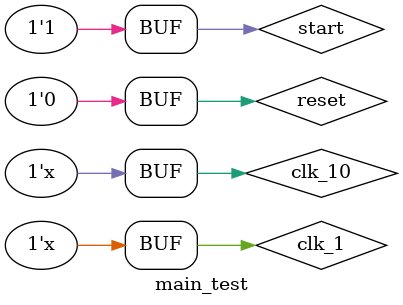
<source format=v>
`timescale 1ns / 1ps


module main_test;

	// Inputs
	reg clk_1;
	reg clk_10;
	reg reset;
	reg start;

	// Instantiate the Unit Under Test (UUT)
	main uut (
		.clk_1(clk_1), 
		.clk_10(clk_10), 
		.reset(reset), 
		.start(start)
	);

	initial begin
		// Initialize Inputs
		// Initialize Inputs
		clk_1 = 1;
		clk_10 = 1;
		reset = 0;
		start = 1;

		// Wait 100 ns for global reset to finish
		#100;
        
		// Add stimulus here

	end
	
	always #1 clk_1 = ~clk_1;
	always #10 clk_10 = ~clk_10;
      
endmodule


</source>
